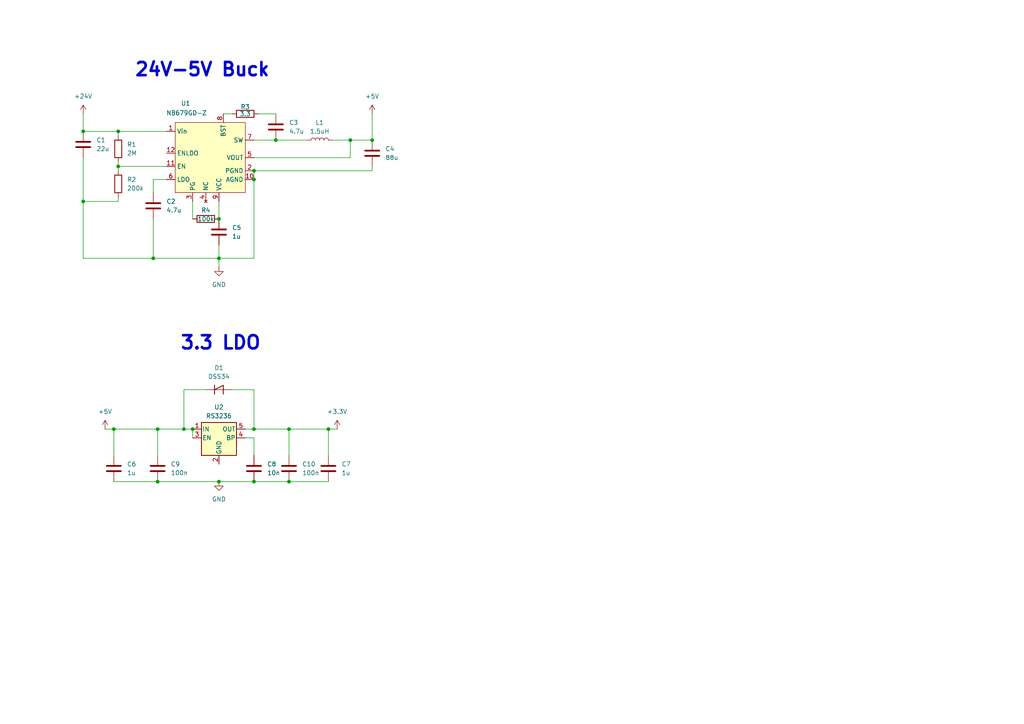
<source format=kicad_sch>
(kicad_sch (version 20231120) (generator "eeschema") (generator_version "8.0")
  (paper "A4")
  (lib_symbols
    (symbol "Device:C" (pin_numbers hide) (pin_names (offset 0.254))
      (property "Reference" "C" (at 0.635 2.54 0))
      (property "Value" "C" (at 0.635 -2.54 0))
      (symbol "C_0_1"
        (polyline (pts (xy -2.032 -0.762) (xy 2.032 -0.762)) (stroke (width 0.508)))
        (polyline (pts (xy -2.032 0.762) (xy 2.032 0.762)) (stroke (width 0.508)))
      )
      (symbol "C_1_1"
        (pin passive line (at 0 3.81 270) (length 2.794) (name "~") (number "1"))
        (pin passive line (at 0 -3.81 90) (length 2.794) (name "~") (number "2"))
      )
    )
    (symbol "Device:D_Shockley" (pin_numbers hide) (pin_names (offset 1.016) hide)
      (property "Reference" "D" (at 0 2.54 0))
      (property "Value" "D_Shockley" (at 0 -2.54 0))
      (symbol "D_Shockley_0_1"
        (polyline (pts (xy -1.27 0) (xy 1.27 0)))
        (polyline (pts (xy -1.27 1.27) (xy -1.27 -1.27)) (stroke (width 0.254)))
        (polyline (pts (xy -1.27 0) (xy 1.27 1.27) (xy 1.27 -1.27)) (stroke (width 0.254)))
      )
      (symbol "D_Shockley_1_1"
        (pin passive line (at -3.81 0 0) (length 2.54) (name "K") (number "1"))
        (pin passive line (at 3.81 0 180) (length 2.54) (name "A") (number "2"))
      )
    )
    (symbol "Device:L" (pin_numbers hide) (pin_names (offset 1.016) hide)
      (property "Reference" "L" (at -1.27 0 90))
      (property "Value" "L" (at 1.905 0 90))
      (symbol "L_0_1"
        (arc (start 0 -2.54) (mid 0.6323 -1.905) (end 0 -1.27))
        (arc (start 0 -1.27) (mid 0.6323 -0.635) (end 0 0))
        (arc (start 0 0) (mid 0.6323 0.635) (end 0 1.27))
        (arc (start 0 1.27) (mid 0.6323 1.905) (end 0 2.54))
      )
      (symbol "L_1_1"
        (pin passive line (at 0 3.81 270) (length 1.27) (name "1") (number "1"))
        (pin passive line (at 0 -3.81 90) (length 1.27) (name "2") (number "2"))
      )
    )
    (symbol "Device:R" (pin_numbers hide) (pin_names (offset 0))
      (property "Reference" "R" (at 2.032 0 90))
      (property "Value" "R" (at 0 0 90))
      (symbol "R_0_1"
        (rectangle (start -1.016 -2.54) (end 1.016 2.54) (stroke (width 0.254)))
      )
      (symbol "R_1_1"
        (pin passive line (at 0 3.81 270) (length 1.27) (name "~") (number "1"))
        (pin passive line (at 0 -3.81 90) (length 1.27) (name "~") (number "2"))
      )
    )
    (symbol "nb679gd-z:NB679GD-Z"
      (property "Reference" "U1" (at -7.112 15.748 0))
      (property "Value" "NB679GD-Z" (at -6.858 12.954 0))
      (symbol "NB679GD-Z_0_0"
        (pin power_in line (at -12.7 7.62 0) (length 2.54) (name "Vin") (number "1"))
        (pin power_out line (at 12.7 -6.35 180) (length 2.54) (name "AGND") (number "10"))
        (pin input line (at -12.7 -2.54 0) (length 2.54) (name "EN") (number "11"))
        (pin input line (at -12.7 1.27 0) (length 2.54) (name "ENLDO") (number "12"))
        (pin power_in line (at 12.7 -3.81 180) (length 2.54) (name "PGND") (number "2"))
        (pin no_connect line (at -1.27 -12.7 90) (length 2.54) (name "NC") (number "4"))
        (pin power_out line (at 12.7 0 180) (length 2.54) (name "VOUT") (number "5"))
        (pin power_out line (at -12.7 -6.35 0) (length 2.54) (name "LDO") (number "6"))
        (pin output line (at 12.7 5.08 180) (length 2.54) (name "SW") (number "7"))
        (pin output line (at 3.81 12.7 270) (length 2.54) (name "BST") (number "8"))
        (pin output line (at 2.54 -12.7 90) (length 2.54) (name "VCC") (number "9"))
      )
      (symbol "NB679GD-Z_1_0"
        (pin output line (at -5.08 -12.7 90) (length 2.54) (name "PG") (number "3"))
      )
      (symbol "NB679GD-Z_1_1"
        (rectangle (start -10.16 10.16) (end 10.16 -10.16) (fill (type background)))
      )
    )
    (symbol "power:+24V" (power) (pin_numbers hide) (pin_names (offset 0) hide)
      (property "Value" "+24V" (at 0 3.556 0))
      (symbol "+24V_0_1"
        (polyline (pts (xy -0.762 1.27) (xy 0 2.54)))
        (polyline (pts (xy 0 0) (xy 0 2.54)))
        (polyline (pts (xy 0 2.54) (xy 0.762 1.27)))
      )
      (symbol "+24V_1_1"
        (pin power_in line (at 0 0 90) (length 0) (name "~") (number "1"))
      )
    )
    (symbol "power:+3.3V" (power) (pin_numbers hide) (pin_names (offset 0) hide)
      (property "Value" "+3.3V" (at 0 3.556 0))
      (symbol "+3.3V_0_1"
        (polyline (pts (xy -0.762 1.27) (xy 0 2.54)))
        (polyline (pts (xy 0 0) (xy 0 2.54)))
        (polyline (pts (xy 0 2.54) (xy 0.762 1.27)))
      )
      (symbol "+3.3V_1_1"
        (pin power_in line (at 0 0 90) (length 0) (name "~") (number "1"))
      )
    )
    (symbol "power:+5V" (power) (pin_numbers hide) (pin_names (offset 0) hide)
      (property "Value" "+5V" (at 0 3.556 0))
      (symbol "+5V_0_1"
        (polyline (pts (xy -0.762 1.27) (xy 0 2.54)))
        (polyline (pts (xy 0 0) (xy 0 2.54)))
        (polyline (pts (xy 0 2.54) (xy 0.762 1.27)))
      )
      (symbol "+5V_1_1"
        (pin power_in line (at 0 0 90) (length 0) (name "~") (number "1"))
      )
    )
    (symbol "power:GND" (power) (pin_numbers hide) (pin_names (offset 0) hide)
      (property "Value" "GND" (at 0 -3.81 0))
      (symbol "GND_0_1"
        (polyline (pts (xy 0 0) (xy 0 -1.27) (xy 1.27 -1.27) (xy 0 -2.54) (xy -1.27 -1.27) (xy 0 -1.27)))
      )
      (symbol "GND_1_1"
        (pin power_in line (at 0 0 270) (length 0) (name "~") (number "1"))
      )
    )
    (symbol "rs3236:RS3236" (pin_names (offset 0.254))
      (property "Reference" "U5" (at 0 8.89 0))
      (property "Value" "RS3236" (at 0 6.35 0))
      (symbol "RS3236_0_1"
        (rectangle (start -5.08 4.445) (end 5.08 -5.08) (stroke (width 0.254)) (fill (type background)))
      )
      (symbol "RS3236_1_1"
        (pin power_in line (at -7.62 2.54 0) (length 2.54) (name "IN") (number "1"))
        (pin power_in line (at 0 -7.62 90) (length 2.54) (name "GND") (number "2"))
        (pin input line (at -7.62 0 0) (length 2.54) (name "EN") (number "3"))
        (pin passive line (at 7.62 0 180) (length 2.54) (name "BP") (number "4"))
        (pin power_out line (at 7.62 2.54 180) (length 2.54) (name "OUT") (number "5"))
      )
    )
  )
  (junction (at 83.82 124.46))
  (junction (at 63.5 74.93))
  (junction (at 63.5 139.7))
  (junction (at 73.66 52.07))
  (junction (at 34.29 38.1))
  (junction (at 24.13 38.1))
  (junction (at 73.66 139.7))
  (junction (at 95.25 124.46))
  (junction (at 107.95 40.64))
  (junction (at 73.66 124.46))
  (junction (at 55.88 124.46))
  (junction (at 53.34 124.46))
  (junction (at 45.72 124.46))
  (junction (at 45.72 139.7))
  (junction (at 83.82 139.7))
  (junction (at 63.5 63.5))
  (junction (at 24.13 58.42))
  (junction (at 101.6 40.64))
  (junction (at 73.66 49.53))
  (junction (at 80.01 40.64))
  (junction (at 33.02 124.46))
  (junction (at 34.29 48.26))
  (junction (at 44.45 74.93))
  (wire (pts (xy 101.6 40.64) (xy 107.95 40.64)))
  (wire (pts (xy 53.34 113.03) (xy 53.34 124.46)))
  (wire (pts (xy 63.5 77.47) (xy 63.5 74.93)))
  (wire (pts (xy 83.82 139.7) (xy 95.25 139.7)))
  (wire (pts (xy 34.29 58.42) (xy 34.29 57.15)))
  (wire (pts (xy 24.13 74.93) (xy 44.45 74.93)))
  (wire (pts (xy 45.72 124.46) (xy 45.72 132.08)))
  (wire (pts (xy 33.02 132.08) (xy 33.02 124.46)))
  (wire (pts (xy 63.5 74.93) (xy 73.66 74.93)))
  (wire (pts (xy 73.66 113.03) (xy 73.66 124.46)))
  (wire (pts (xy 95.25 124.46) (xy 97.79 124.46)))
  (wire (pts (xy 24.13 38.1) (xy 34.29 38.1)))
  (wire (pts (xy 34.29 49.53) (xy 34.29 48.26)))
  (wire (pts (xy 34.29 48.26) (xy 48.26 48.26)))
  (wire (pts (xy 55.88 124.46) (xy 55.88 127)))
  (wire (pts (xy 74.93 33.02) (xy 80.01 33.02)))
  (wire (pts (xy 63.5 139.7) (xy 73.66 139.7)))
  (wire (pts (xy 107.95 33.02) (xy 107.95 40.64)))
  (wire (pts (xy 24.13 58.42) (xy 24.13 74.93)))
  (wire (pts (xy 101.6 40.64) (xy 101.6 45.72)))
  (wire (pts (xy 24.13 33.02) (xy 24.13 38.1)))
  (wire (pts (xy 44.45 52.07) (xy 48.26 52.07)))
  (wire (pts (xy 55.88 58.42) (xy 55.88 63.5)))
  (wire (pts (xy 59.69 113.03) (xy 53.34 113.03)))
  (wire (pts (xy 44.45 74.93) (xy 63.5 74.93)))
  (wire (pts (xy 34.29 46.99) (xy 34.29 48.26)))
  (wire (pts (xy 73.66 124.46) (xy 83.82 124.46)))
  (wire (pts (xy 73.66 139.7) (xy 83.82 139.7)))
  (wire (pts (xy 73.66 40.64) (xy 80.01 40.64)))
  (wire (pts (xy 44.45 55.88) (xy 44.45 52.07)))
  (wire (pts (xy 101.6 40.64) (xy 96.52 40.64)))
  (wire (pts (xy 64.77 33.02) (xy 67.31 33.02)))
  (wire (pts (xy 71.12 124.46) (xy 73.66 124.46)))
  (wire (pts (xy 45.72 139.7) (xy 63.5 139.7)))
  (wire (pts (xy 34.29 38.1) (xy 48.26 38.1)))
  (wire (pts (xy 63.5 58.42) (xy 63.5 63.5)))
  (wire (pts (xy 24.13 45.72) (xy 24.13 58.42)))
  (wire (pts (xy 63.5 71.12) (xy 63.5 74.93)))
  (wire (pts (xy 67.31 113.03) (xy 73.66 113.03)))
  (wire (pts (xy 107.95 49.53) (xy 73.66 49.53)))
  (wire (pts (xy 33.02 124.46) (xy 45.72 124.46)))
  (wire (pts (xy 24.13 58.42) (xy 34.29 58.42)))
  (wire (pts (xy 107.95 49.53) (xy 107.95 48.26)))
  (wire (pts (xy 53.34 124.46) (xy 55.88 124.46)))
  (wire (pts (xy 83.82 124.46) (xy 83.82 132.08)))
  (wire (pts (xy 44.45 63.5) (xy 44.45 74.93)))
  (wire (pts (xy 73.66 74.93) (xy 73.66 52.07)))
  (wire (pts (xy 73.66 127) (xy 73.66 132.08)))
  (wire (pts (xy 71.12 127) (xy 73.66 127)))
  (wire (pts (xy 95.25 132.08) (xy 95.25 124.46)))
  (wire (pts (xy 73.66 49.53) (xy 73.66 52.07)))
  (wire (pts (xy 80.01 40.64) (xy 88.9 40.64)))
  (wire (pts (xy 101.6 45.72) (xy 73.66 45.72)))
  (wire (pts (xy 45.72 124.46) (xy 53.34 124.46)))
  (wire (pts (xy 83.82 124.46) (xy 95.25 124.46)))
  (wire (pts (xy 34.29 39.37) (xy 34.29 38.1)))
  (wire (pts (xy 30.48 124.46) (xy 33.02 124.46)))
  (wire (pts (xy 33.02 139.7) (xy 45.72 139.7)))
  (text "24V-5V Buck\n" (at 58.674 20.32 0) (effects (font (size 3.81 3.81) (thickness 0.762) (bold yes))))
  (text "3.3 LDO\n" (at 64.008 99.568 0) (effects (font (size 3.81 3.81) (thickness 0.762) (bold yes))))
  (symbol (lib_id "Device:C") (at 63.5 67.31 0) (unit 1)
    (property "Reference" "C5" (at 67.31 66.0399 0) (effects (justify left)))
    (property "Value" "1u" (at 67.31 68.5799 0) (effects (justify left)))
    (property "Description" "Unpolarized capacitor" (effects (hide yes)))
  )
  (symbol (lib_id "Device:C") (at 45.72 135.89 0) (unit 1)
    (property "Reference" "C9" (at 49.53 134.6199 0) (effects (justify left)))
    (property "Value" "100n" (at 49.53 137.1599 0) (effects (justify left)))
    (property "Description" "Unpolarized capacitor" (effects (hide yes)))
  )
  (symbol (lib_id "Device:R") (at 34.29 53.34 0) (unit 1)
    (property "Reference" "R2" (at 36.83 52.0699 0) (effects (justify left)))
    (property "Value" "200k" (at 36.83 54.6099 0) (effects (justify left)))
    (property "Description" "Resistor" (effects (hide yes)))
  )
  (symbol (lib_id "power:GND") (at 63.5 139.7 0) (unit 1)
    (property "Reference" "#PWR06" (effects (hide yes)))
    (property "Value" "GND" (at 63.5 144.78 0))
    (property "Description" "Power symbol creates a global label with name \"GND\" , ground" (effects (hide yes)))
  )
  (symbol (lib_id "Device:C") (at 95.25 135.89 0) (unit 1)
    (property "Reference" "C7" (at 99.06 134.6199 0) (effects (justify left)))
    (property "Value" "1u" (at 99.06 137.1599 0) (effects (justify left)))
    (property "Description" "Unpolarized capacitor" (effects (hide yes)))
  )
  (symbol (lib_id "power:+3.3V") (at 97.79 124.46 0) (unit 1)
    (property "Reference" "#PWR05" (effects (hide yes)))
    (property "Value" "+3.3V" (at 97.79 119.38 0))
    (property "Description" "Power symbol creates a global label with name \"+3.3V\"" (effects (hide yes)))
  )
  (symbol (lib_id "Device:D_Shockley") (at 63.5 113.03 0) (unit 1)
    (property "Reference" "D1" (at 63.5 106.68 0))
    (property "Value" "DSS34" (at 63.5 109.22 0))
    (property "Description" "Shockley (PNPN) diode" (effects (hide yes)))
  )
  (symbol (lib_id "Device:L") (at 92.71 40.64 90) (unit 1)
    (property "Reference" "L1" (at 92.71 35.56 90))
    (property "Value" "1.5uH" (at 92.71 38.1 90))
    (property "Description" "Inductor" (effects (hide yes)))
  )
  (symbol (lib_id "Device:R") (at 71.12 33.02 90) (unit 1)
    (property "Reference" "R3" (at 71.12 30.988 90))
    (property "Value" "3.3" (at 71.12 33.02 90))
    (property "Description" "Resistor" (effects (hide yes)))
  )
  (symbol (lib_id "Device:C") (at 80.01 36.83 0) (unit 1)
    (property "Reference" "C3" (at 83.82 35.5599 0) (effects (justify left)))
    (property "Value" "4.7u" (at 83.82 38.0999 0) (effects (justify left)))
    (property "Description" "Unpolarized capacitor" (effects (hide yes)))
  )
  (symbol (lib_id "Device:C") (at 73.66 135.89 0) (unit 1)
    (property "Reference" "C8" (at 77.47 134.6199 0) (effects (justify left)))
    (property "Value" "10n" (at 77.47 137.1599 0) (effects (justify left)))
    (property "Description" "Unpolarized capacitor" (effects (hide yes)))
  )
  (symbol (lib_id "Device:C") (at 83.82 135.89 0) (unit 1)
    (property "Reference" "C10" (at 87.63 134.6199 0) (effects (justify left)))
    (property "Value" "100n" (at 87.63 137.1599 0) (effects (justify left)))
    (property "Description" "Unpolarized capacitor" (effects (hide yes)))
  )
  (symbol (lib_id "rs3236:RS3236") (at 63.5 127 0) (unit 1)
    (property "Reference" "U2" (at 63.5 118.11 0))
    (property "Value" "RS3236" (at 63.5 120.65 0))
    (property "Footprint" "Package_TO_SOT_SMD:SOT-23-5" (effects (hide yes)))
    (property "Datasheet" "http://www.st.com/content/ccc/resource/technical/document/datasheet/29/10/f7/87/2f/66/47/f4/DM00076097.pdf/files/DM00076097.pdf/jcr:content/translations/en.DM00076097.pdf" (effects (hide yes)))
  )
  (symbol (lib_id "power:+24V") (at 24.13 33.02 0) (unit 1)
    (property "Reference" "#PWR01" (effects (hide yes)))
    (property "Value" "+24V" (at 24.13 27.94 0))
    (property "Description" "Power symbol creates a global label with name \"+24V\"" (effects (hide yes)))
  )
  (symbol (lib_id "nb679gd-z:NB679GD-Z") (at 60.96 45.72 0) (unit 1)
    (property "Reference" "U1" (at 53.848 29.972 0))
    (property "Value" "NB679GD-Z" (at 54.102 32.766 0))
    (property "Footprint" "NB679GD-Z:VREG_TPS51386RJNR" (effects (hide yes)))
  )
  (symbol (lib_id "Device:R") (at 59.69 63.5 90) (unit 1)
    (property "Reference" "R4" (at 59.69 60.96 90))
    (property "Value" "100k" (at 59.69 63.5 90))
    (property "Description" "Resistor" (effects (hide yes)))
  )
  (symbol (lib_id "Device:C") (at 24.13 41.91 0) (unit 1)
    (property "Reference" "C1" (at 27.94 40.6399 0) (effects (justify left)))
    (property "Value" "22u" (at 27.94 43.1799 0) (effects (justify left)))
    (property "Description" "Unpolarized capacitor" (effects (hide yes)))
  )
  (symbol (lib_id "power:+5V") (at 107.95 33.02 0) (unit 1)
    (property "Reference" "#PWR03" (effects (hide yes)))
    (property "Value" "+5V" (at 107.95 27.94 0))
    (property "Description" "Power symbol creates a global label with name \"+5V\"" (effects (hide yes)))
  )
  (symbol (lib_id "Device:R") (at 34.29 43.18 0) (unit 1)
    (property "Reference" "R1" (at 36.83 41.9099 0) (effects (justify left)))
    (property "Value" "2M" (at 36.83 44.4499 0) (effects (justify left)))
    (property "Description" "Resistor" (effects (hide yes)))
  )
  (symbol (lib_id "power:+5V") (at 30.48 124.46 0) (unit 1)
    (property "Reference" "#PWR04" (effects (hide yes)))
    (property "Value" "+5V" (at 30.48 119.38 0))
    (property "Description" "Power symbol creates a global label with name \"+5V\"" (effects (hide yes)))
  )
  (symbol (lib_id "Device:C") (at 33.02 135.89 0) (unit 1)
    (property "Reference" "C6" (at 36.83 134.6199 0) (effects (justify left)))
    (property "Value" "1u" (at 36.83 137.1599 0) (effects (justify left)))
    (property "Description" "Unpolarized capacitor" (effects (hide yes)))
  )
  (symbol (lib_id "power:GND") (at 63.5 77.47 0) (unit 1)
    (property "Reference" "#PWR02" (effects (hide yes)))
    (property "Value" "GND" (at 63.5 82.55 0))
    (property "Description" "Power symbol creates a global label with name \"GND\" , ground" (effects (hide yes)))
  )
  (symbol (lib_id "Device:C") (at 44.45 59.69 0) (unit 1)
    (property "Reference" "C2" (at 48.26 58.4199 0) (effects (justify left)))
    (property "Value" "4.7u" (at 48.26 60.9599 0) (effects (justify left)))
    (property "Description" "Unpolarized capacitor" (effects (hide yes)))
  )
  (symbol (lib_id "Device:C") (at 107.95 44.45 0) (unit 1)
    (property "Reference" "C4" (at 111.76 43.1799 0) (effects (justify left)))
    (property "Value" "88u" (at 111.76 45.7199 0) (effects (justify left)))
    (property "Description" "Unpolarized capacitor" (effects (hide yes)))
  )
)
</source>
